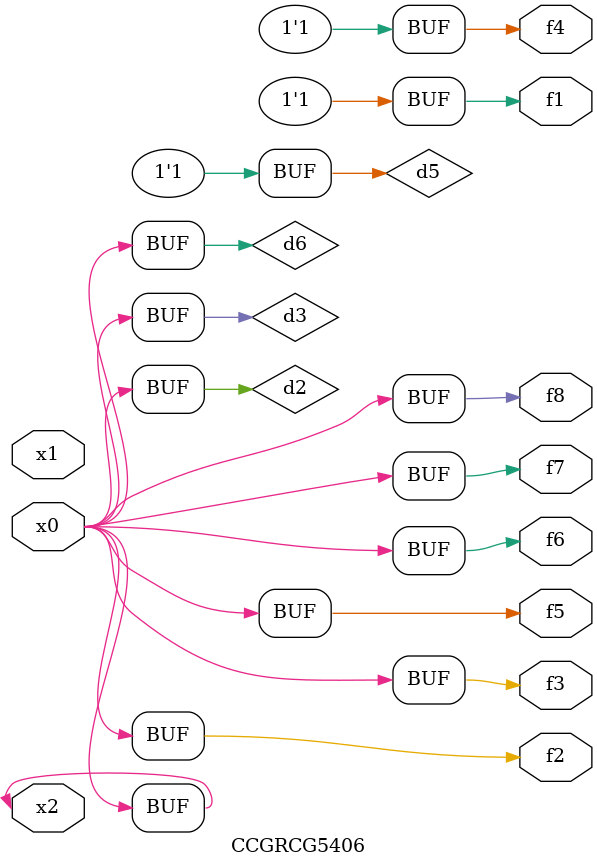
<source format=v>
module CCGRCG5406(
	input x0, x1, x2,
	output f1, f2, f3, f4, f5, f6, f7, f8
);

	wire d1, d2, d3, d4, d5, d6;

	xnor (d1, x2);
	buf (d2, x0, x2);
	and (d3, x0);
	xnor (d4, x1, x2);
	nand (d5, d1, d3);
	buf (d6, d2, d3);
	assign f1 = d5;
	assign f2 = d6;
	assign f3 = d6;
	assign f4 = d5;
	assign f5 = d6;
	assign f6 = d6;
	assign f7 = d6;
	assign f8 = d6;
endmodule

</source>
